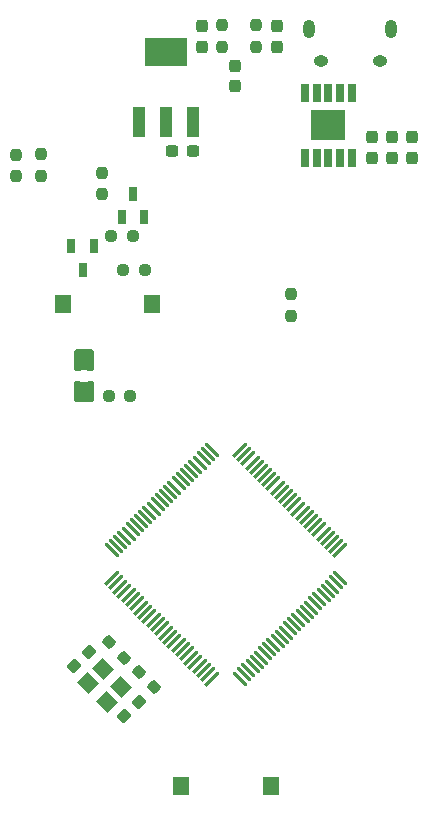
<source format=gbr>
%TF.GenerationSoftware,KiCad,Pcbnew,(6.0.9)*%
%TF.CreationDate,2023-01-04T16:14:01+08:00*%
%TF.ProjectId,CAWController,43415743-6f6e-4747-926f-6c6c65722e6b,rev?*%
%TF.SameCoordinates,Original*%
%TF.FileFunction,Paste,Top*%
%TF.FilePolarity,Positive*%
%FSLAX46Y46*%
G04 Gerber Fmt 4.6, Leading zero omitted, Abs format (unit mm)*
G04 Created by KiCad (PCBNEW (6.0.9)) date 2023-01-04 16:14:01*
%MOMM*%
%LPD*%
G01*
G04 APERTURE LIST*
G04 Aperture macros list*
%AMRoundRect*
0 Rectangle with rounded corners*
0 $1 Rounding radius*
0 $2 $3 $4 $5 $6 $7 $8 $9 X,Y pos of 4 corners*
0 Add a 4 corners polygon primitive as box body*
4,1,4,$2,$3,$4,$5,$6,$7,$8,$9,$2,$3,0*
0 Add four circle primitives for the rounded corners*
1,1,$1+$1,$2,$3*
1,1,$1+$1,$4,$5*
1,1,$1+$1,$6,$7*
1,1,$1+$1,$8,$9*
0 Add four rect primitives between the rounded corners*
20,1,$1+$1,$2,$3,$4,$5,0*
20,1,$1+$1,$4,$5,$6,$7,0*
20,1,$1+$1,$6,$7,$8,$9,0*
20,1,$1+$1,$8,$9,$2,$3,0*%
%AMRotRect*
0 Rectangle, with rotation*
0 The origin of the aperture is its center*
0 $1 length*
0 $2 width*
0 $3 Rotation angle, in degrees counterclockwise*
0 Add horizontal line*
21,1,$1,$2,0,0,$3*%
G04 Aperture macros list end*
%ADD10RoundRect,0.237500X-0.237500X0.300000X-0.237500X-0.300000X0.237500X-0.300000X0.237500X0.300000X0*%
%ADD11RoundRect,0.237500X-0.237500X0.250000X-0.237500X-0.250000X0.237500X-0.250000X0.237500X0.250000X0*%
%ADD12RoundRect,0.237500X-0.237500X0.287500X-0.237500X-0.287500X0.237500X-0.287500X0.237500X0.287500X0*%
%ADD13RoundRect,0.237500X0.344715X-0.008839X-0.008839X0.344715X-0.344715X0.008839X0.008839X-0.344715X0*%
%ADD14RoundRect,0.237500X-0.250000X-0.237500X0.250000X-0.237500X0.250000X0.237500X-0.250000X0.237500X0*%
%ADD15R,1.400000X1.500000*%
%ADD16RoundRect,0.237500X0.237500X-0.287500X0.237500X0.287500X-0.237500X0.287500X-0.237500X-0.287500X0*%
%ADD17R,1.620000X1.785000*%
%ADD18RoundRect,0.237500X0.237500X-0.300000X0.237500X0.300000X-0.237500X0.300000X-0.237500X-0.300000X0*%
%ADD19RoundRect,0.237500X0.300000X0.237500X-0.300000X0.237500X-0.300000X-0.237500X0.300000X-0.237500X0*%
%ADD20RotRect,1.400000X1.200000X315.000000*%
%ADD21RoundRect,0.075000X-0.459619X-0.565685X0.565685X0.459619X0.459619X0.565685X-0.565685X-0.459619X0*%
%ADD22RoundRect,0.075000X0.459619X-0.565685X0.565685X-0.459619X-0.459619X0.565685X-0.565685X0.459619X0*%
%ADD23RoundRect,0.237500X0.237500X-0.250000X0.237500X0.250000X-0.237500X0.250000X-0.237500X-0.250000X0*%
%ADD24R,3.600000X2.340000*%
%ADD25R,1.100000X2.500000*%
%ADD26R,0.700000X1.250000*%
%ADD27RoundRect,0.050800X0.300000X0.750000X-0.300000X0.750000X-0.300000X-0.750000X0.300000X-0.750000X0*%
%ADD28RoundRect,0.050800X-1.400000X-1.200000X1.400000X-1.200000X1.400000X1.200000X-1.400000X1.200000X0*%
%ADD29RoundRect,0.237500X0.250000X0.237500X-0.250000X0.237500X-0.250000X-0.237500X0.250000X-0.237500X0*%
%ADD30RoundRect,0.237500X-0.044194X-0.380070X0.380070X0.044194X0.044194X0.380070X-0.380070X-0.044194X0*%
%ADD31RoundRect,0.237500X0.044194X0.380070X-0.380070X-0.044194X-0.044194X-0.380070X0.380070X0.044194X0*%
%ADD32O,1.250000X0.950000*%
%ADD33O,1.000000X1.550000*%
G04 APERTURE END LIST*
%TO.C,D2*%
G36*
X125195000Y-92799000D02*
G01*
X125195000Y-93251000D01*
X125295000Y-93351000D01*
X125645000Y-93351000D01*
X125745000Y-93251000D01*
X125745000Y-92799000D01*
X125845000Y-92699000D01*
X126180000Y-92699000D01*
X126280000Y-92799000D01*
X126280000Y-94429000D01*
X126180000Y-94529000D01*
X124760000Y-94529000D01*
X124660000Y-94429000D01*
X124660000Y-92799000D01*
X124760000Y-92699000D01*
X125095000Y-92699000D01*
X125195000Y-92799000D01*
G37*
G36*
X126280000Y-90159000D02*
G01*
X126280000Y-91789000D01*
X126180000Y-91889000D01*
X125845000Y-91889000D01*
X125745000Y-91789000D01*
X125745000Y-91337000D01*
X125645000Y-91237000D01*
X125295000Y-91237000D01*
X125195000Y-91337000D01*
X125195000Y-91789000D01*
X125095000Y-91889000D01*
X124760000Y-91889000D01*
X124660000Y-91789000D01*
X124660000Y-90159000D01*
X124760000Y-90059000D01*
X126180000Y-90059000D01*
X126280000Y-90159000D01*
G37*
%TD*%
D10*
%TO.C,C13*%
X149840000Y-72107500D03*
X149840000Y-73832500D03*
%TD*%
D11*
%TO.C,R8*%
X119700000Y-73555000D03*
X119700000Y-75380000D03*
%TD*%
%TO.C,R15*%
X142970000Y-85377500D03*
X142970000Y-87202500D03*
%TD*%
D12*
%TO.C,D3*%
X135460000Y-62667500D03*
X135460000Y-64417500D03*
%TD*%
D13*
%TO.C,R10*%
X128895235Y-116145235D03*
X127604765Y-114854765D03*
%TD*%
D14*
%TO.C,R5*%
X127787500Y-80470000D03*
X129612500Y-80470000D03*
%TD*%
D11*
%TO.C,R16*%
X137160000Y-62630000D03*
X137160000Y-64455000D03*
%TD*%
D15*
%TO.C,SW1*%
X141300000Y-127000000D03*
X133700000Y-127000000D03*
%TD*%
D16*
%TO.C,D1*%
X141780000Y-64422500D03*
X141780000Y-62672500D03*
%TD*%
D17*
%TO.C,D2*%
X125470000Y-90951000D03*
X125470000Y-93637000D03*
%TD*%
D18*
%TO.C,C3*%
X138230000Y-67792500D03*
X138230000Y-66067500D03*
%TD*%
D15*
%TO.C,SW3*%
X131260000Y-86250000D03*
X123660000Y-86250000D03*
%TD*%
D19*
%TO.C,C4*%
X134682500Y-73220000D03*
X132957500Y-73220000D03*
%TD*%
D20*
%TO.C,Y2*%
X125853464Y-118340901D03*
X127409099Y-119896536D03*
X128646536Y-118659099D03*
X127090901Y-117103464D03*
%TD*%
D21*
%TO.C,U1*%
X127830315Y-109434404D03*
X128183868Y-109787957D03*
X128537422Y-110141511D03*
X128890975Y-110495064D03*
X129244528Y-110848617D03*
X129598082Y-111202171D03*
X129951635Y-111555724D03*
X130305189Y-111909278D03*
X130658742Y-112262831D03*
X131012295Y-112616384D03*
X131365849Y-112969938D03*
X131719402Y-113323491D03*
X132072955Y-113677045D03*
X132426509Y-114030598D03*
X132780062Y-114384151D03*
X133133616Y-114737705D03*
X133487169Y-115091258D03*
X133840722Y-115444811D03*
X134194276Y-115798365D03*
X134547829Y-116151918D03*
X134901383Y-116505472D03*
X135254936Y-116859025D03*
X135608489Y-117212578D03*
X135962043Y-117566132D03*
X136315596Y-117919685D03*
D22*
X138684404Y-117919685D03*
X139037957Y-117566132D03*
X139391511Y-117212578D03*
X139745064Y-116859025D03*
X140098617Y-116505472D03*
X140452171Y-116151918D03*
X140805724Y-115798365D03*
X141159278Y-115444811D03*
X141512831Y-115091258D03*
X141866384Y-114737705D03*
X142219938Y-114384151D03*
X142573491Y-114030598D03*
X142927045Y-113677045D03*
X143280598Y-113323491D03*
X143634151Y-112969938D03*
X143987705Y-112616384D03*
X144341258Y-112262831D03*
X144694811Y-111909278D03*
X145048365Y-111555724D03*
X145401918Y-111202171D03*
X145755472Y-110848617D03*
X146109025Y-110495064D03*
X146462578Y-110141511D03*
X146816132Y-109787957D03*
X147169685Y-109434404D03*
D21*
X147169685Y-107065596D03*
X146816132Y-106712043D03*
X146462578Y-106358489D03*
X146109025Y-106004936D03*
X145755472Y-105651383D03*
X145401918Y-105297829D03*
X145048365Y-104944276D03*
X144694811Y-104590722D03*
X144341258Y-104237169D03*
X143987705Y-103883616D03*
X143634151Y-103530062D03*
X143280598Y-103176509D03*
X142927045Y-102822955D03*
X142573491Y-102469402D03*
X142219938Y-102115849D03*
X141866384Y-101762295D03*
X141512831Y-101408742D03*
X141159278Y-101055189D03*
X140805724Y-100701635D03*
X140452171Y-100348082D03*
X140098617Y-99994528D03*
X139745064Y-99640975D03*
X139391511Y-99287422D03*
X139037957Y-98933868D03*
X138684404Y-98580315D03*
D22*
X136315596Y-98580315D03*
X135962043Y-98933868D03*
X135608489Y-99287422D03*
X135254936Y-99640975D03*
X134901383Y-99994528D03*
X134547829Y-100348082D03*
X134194276Y-100701635D03*
X133840722Y-101055189D03*
X133487169Y-101408742D03*
X133133616Y-101762295D03*
X132780062Y-102115849D03*
X132426509Y-102469402D03*
X132072955Y-102822955D03*
X131719402Y-103176509D03*
X131365849Y-103530062D03*
X131012295Y-103883616D03*
X130658742Y-104237169D03*
X130305189Y-104590722D03*
X129951635Y-104944276D03*
X129598082Y-105297829D03*
X129244528Y-105651383D03*
X128890975Y-106004936D03*
X128537422Y-106358489D03*
X128183868Y-106712043D03*
X127830315Y-107065596D03*
%TD*%
D13*
%TO.C,R11*%
X131395235Y-118645235D03*
X130104765Y-117354765D03*
%TD*%
D10*
%TO.C,C10*%
X151570000Y-72107500D03*
X151570000Y-73832500D03*
%TD*%
D23*
%TO.C,R6*%
X127000000Y-76912500D03*
X127000000Y-75087500D03*
%TD*%
%TO.C,R2*%
X140046250Y-64455000D03*
X140046250Y-62630000D03*
%TD*%
D24*
%TO.C,U2*%
X132420000Y-64890000D03*
D25*
X130120000Y-70830000D03*
X132420000Y-70830000D03*
X134720000Y-70830000D03*
%TD*%
D23*
%TO.C,R7*%
X121840000Y-75372500D03*
X121840000Y-73547500D03*
%TD*%
D10*
%TO.C,C9*%
X153260000Y-72107500D03*
X153260000Y-73832500D03*
%TD*%
D26*
%TO.C,Q2*%
X128680000Y-78860000D03*
X130580000Y-78860000D03*
X129630000Y-76860000D03*
%TD*%
D27*
%TO.C,U3*%
X148170000Y-68340100D03*
X147170000Y-68340100D03*
X146170000Y-68340100D03*
X145170000Y-68340100D03*
X144170000Y-68340100D03*
X144170000Y-73839900D03*
X145170000Y-73839900D03*
X146170000Y-73839900D03*
X147170000Y-73839900D03*
X148170000Y-73839900D03*
D28*
X146170000Y-71089900D03*
%TD*%
D14*
%TO.C,R4*%
X128817500Y-83340000D03*
X130642500Y-83340000D03*
%TD*%
D29*
%TO.C,R3*%
X129392500Y-94030000D03*
X127567500Y-94030000D03*
%TD*%
D30*
%TO.C,C19*%
X124640120Y-116859880D03*
X125859880Y-115640120D03*
%TD*%
D26*
%TO.C,Q1*%
X126310000Y-81307500D03*
X124410000Y-81307500D03*
X125360000Y-83307500D03*
%TD*%
D31*
%TO.C,C22*%
X130109880Y-119890120D03*
X128890120Y-121109880D03*
%TD*%
D32*
%TO.C,J5*%
X150500000Y-65600000D03*
D33*
X144500000Y-62900000D03*
D32*
X145500000Y-65600000D03*
D33*
X151500000Y-62900000D03*
%TD*%
M02*

</source>
